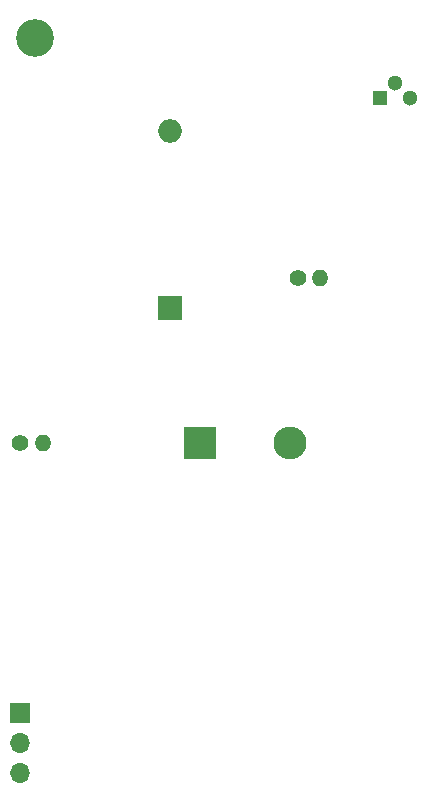
<source format=gbr>
%TF.GenerationSoftware,KiCad,Pcbnew,5.1.10-88a1d61d58~90~ubuntu20.04.1*%
%TF.CreationDate,2021-09-29T11:39:30-04:00*%
%TF.ProjectId,example1,6578616d-706c-4653-912e-6b696361645f,rev?*%
%TF.SameCoordinates,Original*%
%TF.FileFunction,Soldermask,Bot*%
%TF.FilePolarity,Negative*%
%FSLAX46Y46*%
G04 Gerber Fmt 4.6, Leading zero omitted, Abs format (unit mm)*
G04 Created by KiCad (PCBNEW 5.1.10-88a1d61d58~90~ubuntu20.04.1) date 2021-09-29 11:39:30*
%MOMM*%
%LPD*%
G01*
G04 APERTURE LIST*
%ADD10C,3.200000*%
%ADD11C,1.400000*%
%ADD12O,1.400000X1.400000*%
%ADD13R,2.000000X2.000000*%
%ADD14O,2.000000X2.000000*%
%ADD15R,2.800000X2.800000*%
%ADD16O,2.800000X2.800000*%
%ADD17R,1.700000X1.700000*%
%ADD18O,1.700000X1.700000*%
%ADD19C,1.300000*%
%ADD20R,1.300000X1.300000*%
G04 APERTURE END LIST*
D10*
%TO.C,REF\u002A\u002A*%
X902970000Y195580000D03*
%TD*%
D11*
%TO.C,33k1*%
X925200000Y175260000D03*
D12*
X927100000Y175260000D03*
%TD*%
D13*
%TO.C,C1*%
X914400000Y172720000D03*
D14*
X914400000Y187720000D03*
%TD*%
D15*
%TO.C,D1*%
X916940000Y161290000D03*
D16*
X924560000Y161290000D03*
%TD*%
D17*
%TO.C,J1*%
X901700000Y138430000D03*
D18*
X901700000Y135890000D03*
X901700000Y133350000D03*
%TD*%
D19*
%TO.C,Q1*%
X933460000Y191770000D03*
X934720000Y190500000D03*
D20*
X932180000Y190500000D03*
%TD*%
D12*
%TO.C,TH1*%
X903600000Y161290000D03*
D11*
X901700000Y161290000D03*
%TD*%
M02*

</source>
